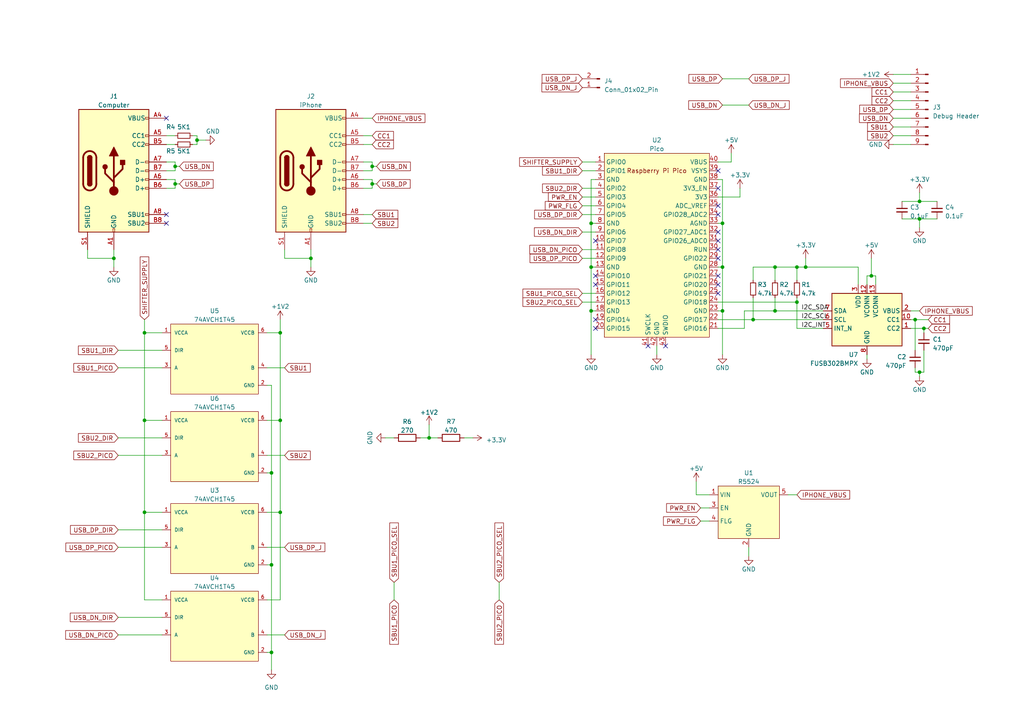
<source format=kicad_sch>
(kicad_sch (version 20230121) (generator eeschema)
  (paper "A4")
  (title_block (title "Tamarin-C") (date "2023-12-17") (rev "2") (company "stacksmashing") (comment 1 "Based on the Central Scrutinizer"))
  (lib_symbols
    (symbol "Connector:Conn_01x02_Pin" (pin_names (offset 1.016) hide)
      (property "Reference" "J" (at 0 2.54 0))
      (property "Value" "Conn_01x02_Pin" (at 0 -5.08 0))
      (symbol "Conn_01x02_Pin_1_1"
        (polyline (pts (xy 1.27 -2.54) (xy 0.8636 -2.54)) (stroke (width 0.1524)))
        (polyline (pts (xy 1.27 0) (xy 0.8636 0)) (stroke (width 0.1524)))
        (rectangle (start 0.8636 -2.413) (end 0 -2.667) (stroke (width 0.1524)) (fill (type outline)))
        (rectangle (start 0.8636 0.127) (end 0 -0.127) (stroke (width 0.1524)) (fill (type outline)))
        (pin passive line (at 5.08 0 180) (length 3.81) (name "Pin_1") (number "1"))
        (pin passive line (at 5.08 -2.54 180) (length 3.81) (name "Pin_2") (number "2"))
      )
    )
    (symbol "Connector:Conn_01x09_Pin" (pin_names (offset 1.016) hide)
      (property "Reference" "J" (at 0 12.7 0))
      (property "Value" "Conn_01x09_Pin" (at 0 -12.7 0))
      (symbol "Conn_01x09_Pin_1_1"
        (polyline (pts (xy 1.27 -10.16) (xy 0.8636 -10.16)) (stroke (width 0.1524)))
        (polyline (pts (xy 1.27 -7.62) (xy 0.8636 -7.62)) (stroke (width 0.1524)))
        (polyline (pts (xy 1.27 -5.08) (xy 0.8636 -5.08)) (stroke (width 0.1524)))
        (polyline (pts (xy 1.27 -2.54) (xy 0.8636 -2.54)) (stroke (width 0.1524)))
        (polyline (pts (xy 1.27 0) (xy 0.8636 0)) (stroke (width 0.1524)))
        (polyline (pts (xy 1.27 2.54) (xy 0.8636 2.54)) (stroke (width 0.1524)))
        (polyline (pts (xy 1.27 5.08) (xy 0.8636 5.08)) (stroke (width 0.1524)))
        (polyline (pts (xy 1.27 7.62) (xy 0.8636 7.62)) (stroke (width 0.1524)))
        (polyline (pts (xy 1.27 10.16) (xy 0.8636 10.16)) (stroke (width 0.1524)))
        (rectangle (start 0.8636 -10.033) (end 0 -10.287) (stroke (width 0.1524)) (fill (type outline)))
        (rectangle (start 0.8636 -7.493) (end 0 -7.747) (stroke (width 0.1524)) (fill (type outline)))
        (rectangle (start 0.8636 -4.953) (end 0 -5.207) (stroke (width 0.1524)) (fill (type outline)))
        (rectangle (start 0.8636 -2.413) (end 0 -2.667) (stroke (width 0.1524)) (fill (type outline)))
        (rectangle (start 0.8636 0.127) (end 0 -0.127) (stroke (width 0.1524)) (fill (type outline)))
        (rectangle (start 0.8636 2.667) (end 0 2.413) (stroke (width 0.1524)) (fill (type outline)))
        (rectangle (start 0.8636 5.207) (end 0 4.953) (stroke (width 0.1524)) (fill (type outline)))
        (rectangle (start 0.8636 7.747) (end 0 7.493) (stroke (width 0.1524)) (fill (type outline)))
        (rectangle (start 0.8636 10.287) (end 0 10.033) (stroke (width 0.1524)) (fill (type outline)))
        (pin passive line (at 5.08 10.16 180) (length 3.81) (name "Pin_1") (number "1"))
        (pin passive line (at 5.08 7.62 180) (length 3.81) (name "Pin_2") (number "2"))
        (pin passive line (at 5.08 5.08 180) (length 3.81) (name "Pin_3") (number "3"))
        (pin passive line (at 5.08 2.54 180) (length 3.81) (name "Pin_4") (number "4"))
        (pin passive line (at 5.08 0 180) (length 3.81) (name "Pin_5") (number "5"))
        (pin passive line (at 5.08 -2.54 180) (length 3.81) (name "Pin_6") (number "6"))
        (pin passive line (at 5.08 -5.08 180) (length 3.81) (name "Pin_7") (number "7"))
        (pin passive line (at 5.08 -7.62 180) (length 3.81) (name "Pin_8") (number "8"))
        (pin passive line (at 5.08 -10.16 180) (length 3.81) (name "Pin_9") (number "9"))
      )
    )
    (symbol "Connector:USB_C_Receptacle_USB2.0" (pin_names (offset 1.016))
      (property "Reference" "J" (at -10.16 19.05 0))
      (property "Value" "USB_C_Receptacle_USB2.0" (at 19.05 19.05 0))
      (symbol "USB_C_Receptacle_USB2.0_0_0"
        (rectangle (start -0.254 -17.78) (end 0.254 -16.764))
        (rectangle (start 10.16 -14.986) (end 9.144 -15.494))
        (rectangle (start 10.16 -12.446) (end 9.144 -12.954))
        (rectangle (start 10.16 -4.826) (end 9.144 -5.334))
        (rectangle (start 10.16 -2.286) (end 9.144 -2.794))
        (rectangle (start 10.16 0.254) (end 9.144 -0.254))
        (rectangle (start 10.16 2.794) (end 9.144 2.286))
        (rectangle (start 10.16 7.874) (end 9.144 7.366))
        (rectangle (start 10.16 10.414) (end 9.144 9.906))
        (rectangle (start 10.16 15.494) (end 9.144 14.986))
      )
      (symbol "USB_C_Receptacle_USB2.0_0_1"
        (rectangle (start -10.16 17.78) (end 10.16 -17.78) (stroke (width 0.254)) (fill (type background)))
        (arc (start -8.89 -3.81) (mid -6.985 -5.7067) (end -5.08 -3.81) (stroke (width 0.508)))
        (arc (start -7.62 -3.81) (mid -6.985 -4.4423) (end -6.35 -3.81) (stroke (width 0.254)))
        (arc (start -7.62 -3.81) (mid -6.985 -4.4423) (end -6.35 -3.81) (stroke (width 0.254)) (fill (type outline)))
        (rectangle (start -7.62 -3.81) (end -6.35 3.81) (stroke (width 0.254)) (fill (type outline)))
        (arc (start -6.35 3.81) (mid -6.985 4.4423) (end -7.62 3.81) (stroke (width 0.254)))
        (arc (start -6.35 3.81) (mid -6.985 4.4423) (end -7.62 3.81) (stroke (width 0.254)) (fill (type outline)))
        (arc (start -5.08 3.81) (mid -6.985 5.7067) (end -8.89 3.81) (stroke (width 0.508)))
        (circle (center -2.54 1.143) (radius 0.635) (stroke (width 0.254)) (fill (type outline)))
        (circle (center 0 -5.842) (radius 1.27) (fill (type outline)))
        (polyline (pts (xy -8.89 -3.81) (xy -8.89 3.81)) (stroke (width 0.508)))
        (polyline (pts (xy -5.08 3.81) (xy -5.08 -3.81)) (stroke (width 0.508)))
        (polyline (pts (xy 0 -5.842) (xy 0 4.318)) (stroke (width 0.508)))
        (polyline (pts (xy 0 -3.302) (xy -2.54 -0.762) (xy -2.54 0.508)) (stroke (width 0.508)))
        (polyline (pts (xy 0 -2.032) (xy 2.54 0.508) (xy 2.54 1.778)) (stroke (width 0.508)))
        (polyline (pts (xy -1.27 4.318) (xy 0 6.858) (xy 1.27 4.318) (xy -1.27 4.318)) (stroke (width 0.254)) (fill (type outline)))
        (rectangle (start 1.905 1.778) (end 3.175 3.048) (stroke (width 0.254)) (fill (type outline)))
      )
      (symbol "USB_C_Receptacle_USB2.0_1_1"
        (pin passive line (at 0 -22.86 90) (length 5.08) (name "GND") (number "A1"))
        (pin passive line (at 0 -22.86 90) (length 5.08) hide (name "GND") (number "A12"))
        (pin passive line (at 15.24 15.24 180) (length 5.08) (name "VBUS") (number "A4"))
        (pin bidirectional line (at 15.24 10.16 180) (length 5.08) (name "CC1") (number "A5"))
        (pin bidirectional line (at 15.24 -2.54 180) (length 5.08) (name "D+") (number "A6"))
        (pin bidirectional line (at 15.24 2.54 180) (length 5.08) (name "D-") (number "A7"))
        (pin bidirectional line (at 15.24 -12.7 180) (length 5.08) (name "SBU1") (number "A8"))
        (pin passive line (at 15.24 15.24 180) (length 5.08) hide (name "VBUS") (number "A9"))
        (pin passive line (at 0 -22.86 90) (length 5.08) hide (name "GND") (number "B1"))
        (pin passive line (at 0 -22.86 90) (length 5.08) hide (name "GND") (number "B12"))
        (pin passive line (at 15.24 15.24 180) (length 5.08) hide (name "VBUS") (number "B4"))
        (pin bidirectional line (at 15.24 7.62 180) (length 5.08) (name "CC2") (number "B5"))
        (pin bidirectional line (at 15.24 -5.08 180) (length 5.08) (name "D+") (number "B6"))
        (pin bidirectional line (at 15.24 0 180) (length 5.08) (name "D-") (number "B7"))
        (pin bidirectional line (at 15.24 -15.24 180) (length 5.08) (name "SBU2") (number "B8"))
        (pin passive line (at 15.24 15.24 180) (length 5.08) hide (name "VBUS") (number "B9"))
        (pin passive line (at -7.62 -22.86 90) (length 5.08) (name "SHIELD") (number "S1"))
      )
    )
    (symbol "Device:C_Small" (pin_numbers hide) (pin_names (offset 0.254) hide)
      (property "Reference" "C" (at 0.254 1.778 0))
      (property "Value" "C_Small" (at 0.254 -2.032 0))
      (symbol "C_Small_0_1"
        (polyline (pts (xy -1.524 -0.508) (xy 1.524 -0.508)) (stroke (width 0.3302)))
        (polyline (pts (xy -1.524 0.508) (xy 1.524 0.508)) (stroke (width 0.3048)))
      )
      (symbol "C_Small_1_1"
        (pin passive line (at 0 2.54 270) (length 2.032) (name "~") (number "1"))
        (pin passive line (at 0 -2.54 90) (length 2.032) (name "~") (number "2"))
      )
    )
    (symbol "Device:R" (pin_numbers hide) (pin_names (offset 0))
      (property "Reference" "R" (at 2.032 0 90))
      (property "Value" "R" (at 0 0 90))
      (symbol "R_0_1"
        (rectangle (start -1.016 -2.54) (end 1.016 2.54) (stroke (width 0.254)))
      )
      (symbol "R_1_1"
        (pin passive line (at 0 3.81 270) (length 1.27) (name "~") (number "1"))
        (pin passive line (at 0 -3.81 90) (length 1.27) (name "~") (number "2"))
      )
    )
    (symbol "Device:R_Small" (pin_numbers hide) (pin_names (offset 0.254) hide)
      (property "Reference" "R" (at 0.762 0.508 0))
      (property "Value" "R_Small" (at 0.762 -1.016 0))
      (symbol "R_Small_0_1"
        (rectangle (start -0.762 1.778) (end 0.762 -1.778) (stroke (width 0.2032)))
      )
      (symbol "R_Small_1_1"
        (pin passive line (at 0 2.54 270) (length 0.762) (name "~") (number "1"))
        (pin passive line (at 0 -2.54 90) (length 0.762) (name "~") (number "2"))
      )
    )
    (symbol "Interface_USB:FUSB302BMPX"
      (property "Reference" "U" (at -10.16 8.89 0))
      (property "Value" "FUSB302BMPX" (at 3.81 8.89 0))
      (symbol "FUSB302BMPX_0_1"
        (rectangle (start -10.16 7.62) (end 10.16 -7.62) (stroke (width 0.254)) (fill (type background)))
      )
      (symbol "FUSB302BMPX_1_1"
        (pin bidirectional line (at 12.7 -2.54 180) (length 2.54) (name "CC2") (number "1"))
        (pin bidirectional line (at 12.7 0 180) (length 2.54) (name "CC1") (number "10"))
        (pin bidirectional line (at 12.7 0 180) (length 2.54) hide (name "CC1") (number "11"))
        (pin power_in line (at 0 10.16 270) (length 2.54) (name "VCONN") (number "12"))
        (pin power_in line (at 2.54 10.16 270) (length 2.54) (name "VCONN") (number "13"))
        (pin bidirectional line (at 12.7 -2.54 180) (length 2.54) hide (name "CC2") (number "14"))
        (pin passive line (at 0 -10.16 90) (length 2.54) hide (name "GND") (number "15"))
        (pin input line (at 12.7 2.54 180) (length 2.54) (name "VBUS") (number "2"))
        (pin power_in line (at -2.54 10.16 270) (length 2.54) (name "VDD") (number "3"))
        (pin passive line (at -2.54 10.16 270) (length 2.54) hide (name "VDD") (number "4"))
        (pin open_collector line (at -12.7 -2.54 0) (length 2.54) (name "INT_N") (number "5"))
        (pin input line (at -12.7 0 0) (length 2.54) (name "SCL") (number "6"))
        (pin bidirectional line (at -12.7 2.54 0) (length 2.54) (name "SDA") (number "7"))
        (pin power_in line (at 0 -10.16 90) (length 2.54) (name "GND") (number "8"))
        (pin passive line (at 0 -10.16 90) (length 2.54) hide (name "GND") (number "9"))
      )
    )
    (symbol "MCU_RaspberryPi_and_Boards:Pico"
      (property "Reference" "U" (at -13.97 27.94 0))
      (property "Value" "Pico" (at 0 19.05 0))
      (symbol "Pico_0_0"
        (text "Raspberry Pi Pico" (at 0 21.59 0) (effects (font (size 1.27 1.27))))
      )
      (symbol "Pico_0_1"
        (rectangle (start -15.24 26.67) (end 15.24 -26.67) (fill (type background)))
      )
      (symbol "Pico_1_1"
        (pin bidirectional line (at -17.78 24.13 0) (length 2.54) (name "GPIO0") (number "1"))
        (pin bidirectional line (at -17.78 1.27 0) (length 2.54) (name "GPIO7") (number "10"))
        (pin bidirectional line (at -17.78 -1.27 0) (length 2.54) (name "GPIO8") (number "11"))
        (pin bidirectional line (at -17.78 -3.81 0) (length 2.54) (name "GPIO9") (number "12"))
        (pin power_in line (at -17.78 -6.35 0) (length 2.54) (name "GND") (number "13"))
        (pin bidirectional line (at -17.78 -8.89 0) (length 2.54) (name "GPIO10") (number "14"))
        (pin bidirectional line (at -17.78 -11.43 0) (length 2.54) (name "GPIO11") (number "15"))
        (pin bidirectional line (at -17.78 -13.97 0) (length 2.54) (name "GPIO12") (number "16"))
        (pin bidirectional line (at -17.78 -16.51 0) (length 2.54) (name "GPIO13") (number "17"))
        (pin power_in line (at -17.78 -19.05 0) (length 2.54) (name "GND") (number "18"))
        (pin bidirectional line (at -17.78 -21.59 0) (length 2.54) (name "GPIO14") (number "19"))
        (pin bidirectional line (at -17.78 21.59 0) (length 2.54) (name "GPIO1") (number "2"))
        (pin bidirectional line (at -17.78 -24.13 0) (length 2.54) (name "GPIO15") (number "20"))
        (pin bidirectional line (at 17.78 -24.13 180) (length 2.54) (name "GPIO16") (number "21"))
        (pin bidirectional line (at 17.78 -21.59 180) (length 2.54) (name "GPIO17") (number "22"))
        (pin power_in line (at 17.78 -19.05 180) (length 2.54) (name "GND") (number "23"))
        (pin bidirectional line (at 17.78 -16.51 180) (length 2.54) (name "GPIO18") (number "24"))
        (pin bidirectional line (at 17.78 -13.97 180) (length 2.54) (name "GPIO19") (number "25"))
        (pin bidirectional line (at 17.78 -11.43 180) (length 2.54) (name "GPIO20") (number "26"))
        (pin bidirectional line (at 17.78 -8.89 180) (length 2.54) (name "GPIO21") (number "27"))
        (pin power_in line (at 17.78 -6.35 180) (length 2.54) (name "GND") (number "28"))
        (pin bidirectional line (at 17.78 -3.81 180) (length 2.54) (name "GPIO22") (number "29"))
        (pin power_in line (at -17.78 19.05 0) (length 2.54) (name "GND") (number "3"))
        (pin input line (at 17.78 -1.27 180) (length 2.54) (name "RUN") (number "30"))
        (pin bidirectional line (at 17.78 1.27 180) (length 2.54) (name "GPIO26_ADC0") (number "31"))
        (pin bidirectional line (at 17.78 3.81 180) (length 2.54) (name "GPIO27_ADC1") (number "32"))
        (pin power_in line (at 17.78 6.35 180) (length 2.54) (name "AGND") (number "33"))
        (pin bidirectional line (at 17.78 8.89 180) (length 2.54) (name "GPIO28_ADC2") (number "34"))
        (pin power_in line (at 17.78 11.43 180) (length 2.54) (name "ADC_VREF") (number "35"))
        (pin power_in line (at 17.78 13.97 180) (length 2.54) (name "3V3") (number "36"))
        (pin input line (at 17.78 16.51 180) (length 2.54) (name "3V3_EN") (number "37"))
        (pin bidirectional line (at 17.78 19.05 180) (length 2.54) (name "GND") (number "38"))
        (pin power_in line (at 17.78 21.59 180) (length 2.54) (name "VSYS") (number "39"))
        (pin bidirectional line (at -17.78 16.51 0) (length 2.54) (name "GPIO2") (number "4"))
        (pin power_in line (at 17.78 24.13 180) (length 2.54) (name "VBUS") (number "40"))
        (pin input line (at -2.54 -29.21 90) (length 2.54) (name "SWCLK") (number "41"))
        (pin power_in line (at 0 -29.21 90) (length 2.54) (name "GND") (number "42"))
        (pin bidirectional line (at 2.54 -29.21 90) (length 2.54) (name "SWDIO") (number "43"))
        (pin bidirectional line (at -17.78 13.97 0) (length 2.54) (name "GPIO3") (number "5"))
        (pin bidirectional line (at -17.78 11.43 0) (length 2.54) (name "GPIO4") (number "6"))
        (pin bidirectional line (at -17.78 8.89 0) (length 2.54) (name "GPIO5") (number "7"))
        (pin power_in line (at -17.78 6.35 0) (length 2.54) (name "GND") (number "8"))
        (pin bidirectional line (at -17.78 3.81 0) (length 2.54) (name "GPIO6") (number "9"))
      )
    )
    (symbol "power:+1V2" (power) (pin_names (offset 0))
      (property "Value" "+1V2" (at 0 3.556 0))
      (symbol "+1V2_0_1"
        (polyline (pts (xy -0.762 1.27) (xy 0 2.54)))
        (polyline (pts (xy 0 0) (xy 0 2.54)))
        (polyline (pts (xy 0 2.54) (xy 0.762 1.27)))
      )
      (symbol "+1V2_1_1"
        (pin power_in line (at 0 0 90) (length 0) hide (name "+1V2") (number "1"))
      )
    )
    (symbol "power:+3.3V" (power) (pin_names (offset 0))
      (property "Value" "+3.3V" (at 0 3.556 0))
      (symbol "+3.3V_0_1"
        (polyline (pts (xy -0.762 1.27) (xy 0 2.54)))
        (polyline (pts (xy 0 0) (xy 0 2.54)))
        (polyline (pts (xy 0 2.54) (xy 0.762 1.27)))
      )
      (symbol "+3.3V_1_1"
        (pin power_in line (at 0 0 90) (length 0) hide (name "+3.3V") (number "1"))
      )
    )
    (symbol "power:+5V" (power) (pin_names (offset 0))
      (property "Value" "+5V" (at 0 3.556 0))
      (symbol "+5V_0_1"
        (polyline (pts (xy -0.762 1.27) (xy 0 2.54)))
        (polyline (pts (xy 0 0) (xy 0 2.54)))
        (polyline (pts (xy 0 2.54) (xy 0.762 1.27)))
      )
      (symbol "+5V_1_1"
        (pin power_in line (at 0 0 90) (length 0) hide (name "+5V") (number "1"))
      )
    )
    (symbol "power:GND" (power) (pin_names (offset 0))
      (property "Value" "GND" (at 0 -3.81 0))
      (symbol "GND_0_1"
        (polyline (pts (xy 0 0) (xy 0 -1.27) (xy 1.27 -1.27) (xy 0 -2.54) (xy -1.27 -1.27) (xy 0 -1.27)))
      )
      (symbol "GND_1_1"
        (pin power_in line (at 0 0 270) (length 0) hide (name "GND") (number "1"))
      )
    )
    (symbol "tamarin-c-lib:R5524"
      (property "Reference" "U4" (at 0 15.24 0))
      (property "Value" "R5524" (at 0 12.7 0))
      (symbol "R5524_0_1"
        (rectangle (start -8.89 10.16) (end 8.89 -5.08) (fill (type background)))
      )
      (symbol "R5524_1_1"
        (pin power_in line (at -11.43 7.62 0) (length 2.54) (name "VIN") (number "1"))
        (pin power_in line (at 0 -7.62 90) (length 2.54) (name "GND") (number "2"))
        (pin power_in line (at -11.43 3.81 0) (length 2.54) (name "EN") (number "3"))
        (pin output line (at -11.43 0 0) (length 2.54) (name "FLG") (number "4"))
        (pin power_out line (at 11.43 7.62 180) (length 2.54) (name "VOUT") (number "5"))
      )
    )
    (symbol "tamarin-c-lib:SN74AVCH1T45DCKT" (pin_names (offset 1.016))
      (property "Reference" "U2" (at 17.78 6.1128 0))
      (property "Value" "74AVCH1T45" (at 17.78 3.5759 0))
      (symbol "SN74AVCH1T45DCKT_1_1"
        (rectangle (start 5.08 2.54) (end 30.48 -17.78) (fill (type background)))
        (pin power_in line (at 2.54 0 0) (length 2.54) (name "VCCA") (number "1"))
        (pin power_in line (at 33.02 -15.24 180) (length 2.54) (name "GND") (number "2"))
        (pin bidirectional line (at 2.54 -10.16 0) (length 2.54) (name "A") (number "3"))
        (pin bidirectional line (at 33.02 -10.16 180) (length 2.54) (name "B") (number "4"))
        (pin input line (at 2.54 -5.08 0) (length 2.54) (name "DIR") (number "5"))
        (pin power_in line (at 33.02 0 180) (length 2.54) (name "VCCB") (number "6"))
      )
    )
  )
  (junction (at 171.45 77.47))
  (junction (at 41.91 148.59))
  (junction (at 78.74 163.83))
  (junction (at 266.7 63.5))
  (junction (at 81.28 148.59))
  (junction (at 218.44 92.71))
  (junction (at 224.79 90.17))
  (junction (at 50.8 48.26))
  (junction (at 81.28 121.92))
  (junction (at 90.17 74.93))
  (junction (at 57.15 40.64))
  (junction (at 224.79 77.47))
  (junction (at 41.91 121.92))
  (junction (at 265.43 92.71))
  (junction (at 266.7 107.95))
  (junction (at 107.95 53.34))
  (junction (at 209.55 77.47))
  (junction (at 78.74 137.16))
  (junction (at 171.45 90.17))
  (junction (at 252.73 80.01))
  (junction (at 107.95 48.26))
  (junction (at 33.02 74.93))
  (junction (at 50.8 53.34))
  (junction (at 267.97 95.25))
  (junction (at 81.28 96.52))
  (junction (at 231.14 87.63))
  (junction (at 209.55 64.77))
  (junction (at 41.91 96.52))
  (junction (at 171.45 64.77))
  (junction (at 266.7 58.42))
  (junction (at 233.68 77.47))
  (junction (at 209.55 90.17))
  (junction (at 231.14 77.47))
  (junction (at 124.46 127))
  (junction (at 78.74 189.23))
  (no_connect (at 208.28 67.31))
  (no_connect (at 48.26 34.29))
  (no_connect (at 187.96 100.33))
  (no_connect (at 208.28 62.23))
  (no_connect (at 48.26 64.77))
  (no_connect (at 172.72 95.25))
  (no_connect (at 48.26 62.23))
  (no_connect (at 193.04 100.33))
  (no_connect (at 172.72 80.01))
  (no_connect (at 208.28 54.61))
  (no_connect (at 208.28 69.85))
  (no_connect (at 208.28 49.53))
  (no_connect (at 208.28 74.93))
  (no_connect (at 172.72 82.55))
  (no_connect (at 172.72 92.71))
  (no_connect (at 172.72 69.85))
  (no_connect (at 208.28 80.01))
  (no_connect (at 208.28 82.55))
  (no_connect (at 208.28 85.09))
  (no_connect (at 208.28 72.39))
  (no_connect (at 208.28 59.69))
  (wire (pts (xy 121.92 127) (xy 124.46 127)))
  (wire (pts (xy 251.46 102.87) (xy 251.46 104.14)))
  (wire (pts (xy 50.8 52.07) (xy 50.8 53.34)))
  (wire (pts (xy 214.63 54.61) (xy 214.63 57.15)))
  (wire (pts (xy 259.08 34.29) (xy 264.16 34.29)))
  (wire (pts (xy 107.95 48.26) (xy 109.22 48.26)))
  (wire (pts (xy 212.09 44.45) (xy 212.09 46.99)))
  (wire (pts (xy 171.45 64.77) (xy 172.72 64.77)))
  (wire (pts (xy 208.28 64.77) (xy 209.55 64.77)))
  (wire (pts (xy 111.76 127) (xy 114.3 127)))
  (wire (pts (xy 203.2 147.32) (xy 205.74 147.32)))
  (wire (pts (xy 77.47 132.08) (xy 82.55 132.08)))
  (wire (pts (xy 266.7 58.42) (xy 271.78 58.42)))
  (wire (pts (xy 107.95 48.26) (xy 107.95 49.53)))
  (wire (pts (xy 231.14 86.36) (xy 231.14 87.63)))
  (wire (pts (xy 105.41 41.91) (xy 107.95 41.91)))
  (wire (pts (xy 105.41 34.29) (xy 107.95 34.29)))
  (wire (pts (xy 25.4 74.93) (xy 33.02 74.93)))
  (wire (pts (xy 259.08 29.21) (xy 264.16 29.21)))
  (wire (pts (xy 81.28 121.92) (xy 77.47 121.92)))
  (wire (pts (xy 34.29 127) (xy 46.99 127)))
  (wire (pts (xy 82.55 72.39) (xy 82.55 74.93)))
  (wire (pts (xy 201.93 139.7) (xy 201.93 143.51)))
  (wire (pts (xy 50.8 53.34) (xy 50.8 54.61)))
  (wire (pts (xy 48.26 41.91) (xy 50.8 41.91)))
  (wire (pts (xy 77.47 189.23) (xy 78.74 189.23)))
  (wire (pts (xy 208.28 77.47) (xy 209.55 77.47)))
  (wire (pts (xy 105.41 39.37) (xy 107.95 39.37)))
  (wire (pts (xy 124.46 123.19) (xy 124.46 127)))
  (wire (pts (xy 208.28 92.71) (xy 218.44 92.71)))
  (wire (pts (xy 201.93 143.51) (xy 205.74 143.51)))
  (wire (pts (xy 77.47 163.83) (xy 78.74 163.83)))
  (wire (pts (xy 57.15 39.37) (xy 57.15 40.64)))
  (wire (pts (xy 77.47 137.16) (xy 78.74 137.16)))
  (wire (pts (xy 209.55 30.48) (xy 217.17 30.48)))
  (wire (pts (xy 171.45 52.07) (xy 172.72 52.07)))
  (wire (pts (xy 259.08 26.67) (xy 264.16 26.67)))
  (wire (pts (xy 34.29 132.08) (xy 46.99 132.08)))
  (wire (pts (xy 33.02 74.93) (xy 33.02 77.47)))
  (wire (pts (xy 90.17 72.39) (xy 90.17 74.93)))
  (wire (pts (xy 105.41 52.07) (xy 107.95 52.07)))
  (wire (pts (xy 231.14 95.25) (xy 231.14 87.63)))
  (wire (pts (xy 77.47 184.15) (xy 82.55 184.15)))
  (wire (pts (xy 259.08 41.91) (xy 264.16 41.91)))
  (wire (pts (xy 77.47 96.52) (xy 81.28 96.52)))
  (wire (pts (xy 81.28 121.92) (xy 81.28 148.59)))
  (wire (pts (xy 209.55 90.17) (xy 209.55 102.87)))
  (wire (pts (xy 77.47 106.68) (xy 82.55 106.68)))
  (wire (pts (xy 41.91 173.99) (xy 46.99 173.99)))
  (wire (pts (xy 215.9 90.17) (xy 215.9 95.25)))
  (wire (pts (xy 25.4 72.39) (xy 25.4 74.93)))
  (wire (pts (xy 41.91 148.59) (xy 46.99 148.59)))
  (wire (pts (xy 124.46 127) (xy 127 127)))
  (wire (pts (xy 41.91 121.92) (xy 46.99 121.92)))
  (wire (pts (xy 168.91 59.69) (xy 172.72 59.69)))
  (wire (pts (xy 107.95 52.07) (xy 107.95 53.34)))
  (wire (pts (xy 266.7 107.95) (xy 266.7 109.22)))
  (wire (pts (xy 208.28 90.17) (xy 209.55 90.17)))
  (wire (pts (xy 48.26 52.07) (xy 50.8 52.07)))
  (wire (pts (xy 168.91 57.15) (xy 172.72 57.15)))
  (wire (pts (xy 78.74 189.23) (xy 78.74 194.31)))
  (wire (pts (xy 252.73 74.93) (xy 252.73 80.01)))
  (wire (pts (xy 251.46 82.55) (xy 251.46 80.01)))
  (wire (pts (xy 50.8 48.26) (xy 50.8 49.53)))
  (wire (pts (xy 57.15 40.64) (xy 59.69 40.64)))
  (wire (pts (xy 77.47 111.76) (xy 78.74 111.76)))
  (wire (pts (xy 171.45 102.87) (xy 171.45 90.17)))
  (wire (pts (xy 168.91 85.09) (xy 172.72 85.09)))
  (wire (pts (xy 50.8 49.53) (xy 48.26 49.53)))
  (wire (pts (xy 224.79 86.36) (xy 224.79 90.17)))
  (wire (pts (xy 231.14 87.63) (xy 208.28 87.63)))
  (wire (pts (xy 218.44 86.36) (xy 218.44 92.71)))
  (wire (pts (xy 248.92 82.55) (xy 248.92 77.47)))
  (wire (pts (xy 233.68 77.47) (xy 231.14 77.47)))
  (wire (pts (xy 265.43 92.71) (xy 265.43 101.6)))
  (wire (pts (xy 105.41 64.77) (xy 107.95 64.77)))
  (wire (pts (xy 48.26 39.37) (xy 50.8 39.37)))
  (wire (pts (xy 81.28 173.99) (xy 77.47 173.99)))
  (wire (pts (xy 228.6 143.51) (xy 231.14 143.51)))
  (wire (pts (xy 259.08 24.13) (xy 264.16 24.13)))
  (wire (pts (xy 168.91 74.93) (xy 172.72 74.93)))
  (wire (pts (xy 266.7 63.5) (xy 271.78 63.5)))
  (wire (pts (xy 34.29 106.68) (xy 46.99 106.68)))
  (wire (pts (xy 34.29 153.67) (xy 46.99 153.67)))
  (wire (pts (xy 203.2 151.13) (xy 205.74 151.13)))
  (wire (pts (xy 168.91 72.39) (xy 172.72 72.39)))
  (wire (pts (xy 259.08 31.75) (xy 264.16 31.75)))
  (wire (pts (xy 34.29 184.15) (xy 46.99 184.15)))
  (wire (pts (xy 78.74 137.16) (xy 78.74 163.83)))
  (wire (pts (xy 212.09 46.99) (xy 208.28 46.99)))
  (wire (pts (xy 78.74 163.83) (xy 78.74 189.23)))
  (wire (pts (xy 57.15 41.91) (xy 55.88 41.91)))
  (wire (pts (xy 77.47 148.59) (xy 81.28 148.59)))
  (wire (pts (xy 264.16 95.25) (xy 267.97 95.25)))
  (wire (pts (xy 224.79 90.17) (xy 215.9 90.17)))
  (wire (pts (xy 254 80.01) (xy 254 82.55)))
  (wire (pts (xy 81.28 96.52) (xy 81.28 121.92)))
  (wire (pts (xy 251.46 80.01) (xy 252.73 80.01)))
  (wire (pts (xy 224.79 77.47) (xy 218.44 77.47)))
  (wire (pts (xy 41.91 92.71) (xy 41.91 96.52)))
  (wire (pts (xy 168.91 62.23) (xy 172.72 62.23)))
  (wire (pts (xy 218.44 92.71) (xy 238.76 92.71)))
  (wire (pts (xy 264.16 92.71) (xy 265.43 92.71)))
  (wire (pts (xy 217.17 158.75) (xy 217.17 161.29)))
  (wire (pts (xy 90.17 74.93) (xy 90.17 77.47)))
  (wire (pts (xy 266.7 55.88) (xy 266.7 58.42)))
  (wire (pts (xy 34.29 158.75) (xy 46.99 158.75)))
  (wire (pts (xy 261.62 58.42) (xy 266.7 58.42)))
  (wire (pts (xy 252.73 80.01) (xy 254 80.01)))
  (wire (pts (xy 82.55 74.93) (xy 90.17 74.93)))
  (wire (pts (xy 231.14 77.47) (xy 224.79 77.47)))
  (wire (pts (xy 231.14 77.47) (xy 231.14 81.28)))
  (wire (pts (xy 33.02 72.39) (xy 33.02 74.93)))
  (wire (pts (xy 264.16 90.17) (xy 266.7 90.17)))
  (wire (pts (xy 41.91 148.59) (xy 41.91 173.99)))
  (wire (pts (xy 233.68 74.93) (xy 233.68 77.47)))
  (wire (pts (xy 259.08 21.59) (xy 264.16 21.59)))
  (wire (pts (xy 114.3 168.91) (xy 114.3 173.99)))
  (wire (pts (xy 105.41 62.23) (xy 107.95 62.23)))
  (wire (pts (xy 259.08 39.37) (xy 264.16 39.37)))
  (wire (pts (xy 267.97 95.25) (xy 269.24 95.25)))
  (wire (pts (xy 168.91 87.63) (xy 172.72 87.63)))
  (wire (pts (xy 57.15 40.64) (xy 57.15 41.91)))
  (wire (pts (xy 168.91 46.99) (xy 172.72 46.99)))
  (wire (pts (xy 209.55 77.47) (xy 209.55 90.17)))
  (wire (pts (xy 224.79 77.47) (xy 224.79 81.28)))
  (wire (pts (xy 259.08 36.83) (xy 264.16 36.83)))
  (wire (pts (xy 77.47 158.75) (xy 82.55 158.75)))
  (wire (pts (xy 171.45 90.17) (xy 171.45 77.47)))
  (wire (pts (xy 266.7 63.5) (xy 266.7 66.04)))
  (wire (pts (xy 34.29 179.07) (xy 46.99 179.07)))
  (wire (pts (xy 41.91 96.52) (xy 46.99 96.52)))
  (wire (pts (xy 134.62 127) (xy 137.16 127)))
  (wire (pts (xy 48.26 46.99) (xy 50.8 46.99)))
  (wire (pts (xy 218.44 77.47) (xy 218.44 81.28)))
  (wire (pts (xy 168.91 49.53) (xy 172.72 49.53)))
  (wire (pts (xy 48.26 54.61) (xy 50.8 54.61)))
  (wire (pts (xy 34.29 101.6) (xy 46.99 101.6)))
  (wire (pts (xy 267.97 95.25) (xy 267.97 96.52)))
  (wire (pts (xy 168.91 67.31) (xy 172.72 67.31)))
  (wire (pts (xy 81.28 148.59) (xy 81.28 173.99)))
  (wire (pts (xy 265.43 107.95) (xy 266.7 107.95)))
  (wire (pts (xy 105.41 46.99) (xy 107.95 46.99)))
  (wire (pts (xy 107.95 53.34) (xy 109.22 53.34)))
  (wire (pts (xy 208.28 52.07) (xy 209.55 52.07)))
  (wire (pts (xy 81.28 92.71) (xy 81.28 96.52)))
  (wire (pts (xy 238.76 90.17) (xy 224.79 90.17)))
  (wire (pts (xy 209.55 22.86) (xy 217.17 22.86)))
  (wire (pts (xy 214.63 57.15) (xy 208.28 57.15)))
  (wire (pts (xy 265.43 92.71) (xy 269.24 92.71)))
  (wire (pts (xy 171.45 77.47) (xy 171.45 64.77)))
  (wire (pts (xy 41.91 96.52) (xy 41.91 121.92)))
  (wire (pts (xy 190.5 100.33) (xy 190.5 102.87)))
  (wire (pts (xy 107.95 49.53) (xy 105.41 49.53)))
  (wire (pts (xy 171.45 64.77) (xy 171.45 52.07)))
  (wire (pts (xy 248.92 77.47) (xy 233.68 77.47)))
  (wire (pts (xy 168.91 54.61) (xy 172.72 54.61)))
  (wire (pts (xy 209.55 52.07) (xy 209.55 64.77)))
  (wire (pts (xy 41.91 121.92) (xy 41.91 148.59)))
  (wire (pts (xy 215.9 95.25) (xy 208.28 95.25)))
  (wire (pts (xy 78.74 111.76) (xy 78.74 137.16)))
  (wire (pts (xy 144.78 168.91) (xy 144.78 173.99)))
  (wire (pts (xy 238.76 95.25) (xy 231.14 95.25)))
  (wire (pts (xy 171.45 90.17) (xy 172.72 90.17)))
  (wire (pts (xy 50.8 48.26) (xy 52.07 48.26)))
  (wire (pts (xy 267.97 107.95) (xy 267.97 101.6)))
  (wire (pts (xy 209.55 64.77) (xy 209.55 77.47)))
  (wire (pts (xy 171.45 77.47) (xy 172.72 77.47)))
  (wire (pts (xy 266.7 107.95) (xy 267.97 107.95)))
  (wire (pts (xy 265.43 106.68) (xy 265.43 107.95)))
  (wire (pts (xy 50.8 53.34) (xy 52.07 53.34)))
  (wire (pts (xy 105.41 54.61) (xy 107.95 54.61)))
  (wire (pts (xy 261.62 63.5) (xy 266.7 63.5)))
  (wire (pts (xy 50.8 46.99) (xy 50.8 48.26)))
  (wire (pts (xy 107.95 53.34) (xy 107.95 54.61)))
  (wire (pts (xy 107.95 46.99) (xy 107.95 48.26)))
  (wire (pts (xy 55.88 39.37) (xy 57.15 39.37)))
  (label "I2C_INT" (at 232.41 95.25 0))
  (label "I2C_SCL" (at 232.41 92.71 0))
  (label "I2C_SDA" (at 232.41 90.17 0))
  (global_label "USB_DP" (shape input) (at 259.08 31.75 180) (property "Intersheetrefs" "${INTERSHEET_REFS}" (effects hide)))
  (global_label "USB_DN_J" (shape input) (at 168.91 25.4 180) (property "Intersheetrefs" "${INTERSHEET_REFS}" (effects hide)))
  (global_label "SBU2_PICO_SEL" (shape input) (at 168.91 87.63 180) (property "Intersheetrefs" "${INTERSHEET_REFS}" (effects hide)))
  (global_label "SBU2_DIR" (shape input) (at 168.91 54.61 180) (property "Intersheetrefs" "${INTERSHEET_REFS}" (effects hide)))
  (global_label "USB_DN" (shape input) (at 259.08 34.29 180) (property "Intersheetrefs" "${INTERSHEET_REFS}" (effects hide)))
  (global_label "SBU2_PICO" (shape input) (at 34.29 132.08 180) (property "Intersheetrefs" "${INTERSHEET_REFS}" (effects hide)))
  (global_label "SBU2_DIR" (shape input) (at 34.29 127 180) (property "Intersheetrefs" "${INTERSHEET_REFS}" (effects hide)))
  (global_label "SBU1_DIR" (shape input) (at 168.91 49.53 180) (property "Intersheetrefs" "${INTERSHEET_REFS}" (effects hide)))
  (global_label "USB_DP" (shape input) (at 109.22 53.34 0) (property "Intersheetrefs" "${INTERSHEET_REFS}" (effects hide)))
  (global_label "USB_DP_PICO" (shape input) (at 168.91 74.93 180) (property "Intersheetrefs" "${INTERSHEET_REFS}" (effects hide)))
  (global_label "CC2" (shape input) (at 259.08 29.21 180) (property "Intersheetrefs" "${INTERSHEET_REFS}" (effects hide)))
  (global_label "IPHONE_VBUS" (shape input) (at 231.14 143.51 0) (property "Intersheetrefs" "${INTERSHEET_REFS}" (effects hide)))
  (global_label "SBU1" (shape input) (at 259.08 36.83 180) (property "Intersheetrefs" "${INTERSHEET_REFS}" (effects hide)))
  (global_label "CC2" (shape input) (at 107.95 41.91 0) (property "Intersheetrefs" "${INTERSHEET_REFS}" (effects hide)))
  (global_label "USB_DN_PICO" (shape input) (at 168.91 72.39 180) (property "Intersheetrefs" "${INTERSHEET_REFS}" (effects hide)))
  (global_label "USB_DP_J" (shape input) (at 217.17 22.86 0) (property "Intersheetrefs" "${INTERSHEET_REFS}" (effects hide)))
  (global_label "PWR_EN" (shape input) (at 168.91 57.15 180) (property "Intersheetrefs" "${INTERSHEET_REFS}" (effects hide)))
  (global_label "CC2" (shape input) (at 269.24 95.25 0) (property "Intersheetrefs" "${INTERSHEET_REFS}" (effects hide)))
  (global_label "IPHONE_VBUS" (shape input) (at 266.7 90.17 0) (property "Intersheetrefs" "${INTERSHEET_REFS}" (effects hide)))
  (global_label "SBU1" (shape input) (at 82.55 106.68 0) (property "Intersheetrefs" "${INTERSHEET_REFS}" (effects hide)))
  (global_label "IPHONE_VBUS" (shape input) (at 259.08 24.13 180) (property "Intersheetrefs" "${INTERSHEET_REFS}" (effects hide)))
  (global_label "SBU1_PICO" (shape input) (at 34.29 106.68 180) (property "Intersheetrefs" "${INTERSHEET_REFS}" (effects hide)))
  (global_label "USB_DN_DIR" (shape input) (at 34.29 179.07 180) (property "Intersheetrefs" "${INTERSHEET_REFS}" (effects hide)))
  (global_label "USB_DP_J" (shape input) (at 82.55 158.75 0) (property "Intersheetrefs" "${INTERSHEET_REFS}" (effects hide)))
  (global_label "USB_DP" (shape input) (at 209.55 22.86 180) (property "Intersheetrefs" "${INTERSHEET_REFS}" (effects hide)))
  (global_label "IPHONE_VBUS" (shape input) (at 107.95 34.29 0) (property "Intersheetrefs" "${INTERSHEET_REFS}" (effects hide)))
  (global_label "SBU2_PICO_SEL" (shape input) (at 144.78 168.91 90) (property "Intersheetrefs" "${INTERSHEET_REFS}" (effects hide)))
  (global_label "USB_DN" (shape input) (at 209.55 30.48 180) (property "Intersheetrefs" "${INTERSHEET_REFS}" (effects hide)))
  (global_label "SBU2_PICO" (shape input) (at 144.78 173.99 270) (property "Intersheetrefs" "${INTERSHEET_REFS}" (effects hide)))
  (global_label "SBU2" (shape input) (at 107.95 64.77 0) (property "Intersheetrefs" "${INTERSHEET_REFS}" (effects hide)))
  (global_label "USB_DP" (shape input) (at 52.07 53.34 0) (property "Intersheetrefs" "${INTERSHEET_REFS}" (effects hide)))
  (global_label "CC1" (shape input) (at 107.95 39.37 0) (property "Intersheetrefs" "${INTERSHEET_REFS}" (effects hide)))
  (global_label "SHIFTER_SUPPLY" (shape input) (at 168.91 46.99 180) (property "Intersheetrefs" "${INTERSHEET_REFS}" (effects hide)))
  (global_label "USB_DP_DIR" (shape input) (at 34.29 153.67 180) (property "Intersheetrefs" "${INTERSHEET_REFS}" (effects hide)))
  (global_label "SBU1" (shape input) (at 107.95 62.23 0) (property "Intersheetrefs" "${INTERSHEET_REFS}" (effects hide)))
  (global_label "USB_DN_PICO" (shape input) (at 34.29 184.15 180) (property "Intersheetrefs" "${INTERSHEET_REFS}" (effects hide)))
  (global_label "CC1" (shape input) (at 269.24 92.71 0) (property "Intersheetrefs" "${INTERSHEET_REFS}" (effects hide)))
  (global_label "USB_DN" (shape input) (at 52.07 48.26 0) (property "Intersheetrefs" "${INTERSHEET_REFS}" (effects hide)))
  (global_label "USB_DP_J" (shape input) (at 168.91 22.86 180) (property "Intersheetrefs" "${INTERSHEET_REFS}" (effects hide)))
  (global_label "SBU1_PICO_SEL" (shape input) (at 114.3 168.91 90) (property "Intersheetrefs" "${INTERSHEET_REFS}" (effects hide)))
  (global_label "SBU1_DIR" (shape input) (at 34.29 101.6 180) (property "Intersheetrefs" "${INTERSHEET_REFS}" (effects hide)))
  (global_label "USB_DN_DIR" (shape input) (at 168.91 67.31 180) (property "Intersheetrefs" "${INTERSHEET_REFS}" (effects hide)))
  (global_label "PWR_FLG" (shape input) (at 203.2 151.13 180) (property "Intersheetrefs" "${INTERSHEET_REFS}" (effects hide)))
  (global_label "SHIFTER_SUPPLY" (shape input) (at 41.91 92.71 90) (property "Intersheetrefs" "${INTERSHEET_REFS}" (effects hide)))
  (global_label "SBU2" (shape input) (at 259.08 39.37 180) (property "Intersheetrefs" "${INTERSHEET_REFS}" (effects hide)))
  (global_label "PWR_FLG" (shape input) (at 168.91 59.69 180) (property "Intersheetrefs" "${INTERSHEET_REFS}" (effects hide)))
  (global_label "USB_DN_J" (shape input) (at 82.55 184.15 0) (property "Intersheetrefs" "${INTERSHEET_REFS}" (effects hide)))
  (global_label "PWR_EN" (shape input) (at 203.2 147.32 180) (property "Intersheetrefs" "${INTERSHEET_REFS}" (effects hide)))
  (global_label "USB_DN" (shape input) (at 109.22 48.26 0) (property "Intersheetrefs" "${INTERSHEET_REFS}" (effects hide)))
  (global_label "SBU1_PICO" (shape input) (at 114.3 173.99 270) (property "Intersheetrefs" "${INTERSHEET_REFS}" (effects hide)))
  (global_label "SBU2" (shape input) (at 82.55 132.08 0) (property "Intersheetrefs" "${INTERSHEET_REFS}" (effects hide)))
  (global_label "SBU1_PICO_SEL" (shape input) (at 168.91 85.09 180) (property "Intersheetrefs" "${INTERSHEET_REFS}" (effects hide)))
  (global_label "USB_DP_DIR" (shape input) (at 168.91 62.23 180) (property "Intersheetrefs" "${INTERSHEET_REFS}" (effects hide)))
  (global_label "USB_DP_PICO" (shape input) (at 34.29 158.75 180) (property "Intersheetrefs" "${INTERSHEET_REFS}" (effects hide)))
  (global_label "USB_DN_J" (shape input) (at 217.17 30.48 0) (property "Intersheetrefs" "${INTERSHEET_REFS}" (effects hide)))
  (global_label "CC1" (shape input) (at 259.08 26.67 180) (property "Intersheetrefs" "${INTERSHEET_REFS}" (effects hide)))
  (symbol (lib_id "power:+5V") (at 252.73 74.93 0) (unit 1)
    (property "Reference" "#PWR06" (effects hide))
    (property "Value" "+5V" (at 252.73 71.12 0))
  )
  (symbol (lib_id "Device:R_Small") (at 53.34 41.91 270) (unit 1)
    (property "Reference" "R5" (at 49.53 43.815 90))
    (property "Value" "5K1" (at 53.34 43.815 90))
    (property "Footprint" "Resistor_SMD:R_0603_1608Metric" (effects hide))
  )
  (symbol (lib_id "Device:C_Small") (at 265.43 104.14 0) (mirror y) (unit 1)
    (property "Reference" "C2" (at 262.89 103.5113 0) (effects (justify left)))
    (property "Value" "470pF" (at 262.89 106.0513 0) (effects (justify left)))
    (property "Footprint" "Capacitor_SMD:C_0603_1608Metric" (effects hide))
  )
  (symbol (lib_id "power:GND") (at 251.46 104.14 0) (unit 1)
    (property "Reference" "#PWR07" (effects hide))
    (property "Value" "GND" (at 251.46 107.95 0))
  )
  (symbol (lib_id "Connector:USB_C_Receptacle_USB2.0") (at 33.02 49.53 0) (unit 1)
    (property "Reference" "J1" (at 33.02 27.94 0))
    (property "Value" "Computer" (at 33.02 30.48 0))
    (property "Footprint" "Connector_USB:USB_C_Receptacle_HRO_TYPE-C-31-M-12" (effects hide))
    (property "Datasheet" "https://www.usb.org/sites/default/files/documents/usb_type-c.zip" (effects hide))
  )
  (symbol (lib_id "tamarin-c-lib:SN74AVCH1T45DCKT") (at 44.45 121.92 0) (unit 1)
    (property "Reference" "U6" (at 62.23 115.57 0))
    (property "Value" "74AVCH1T45" (at 62.23 118.11 0))
    (property "Footprint" "Package_TO_SOT_SMD:SOT-23-6" (effects hide))
    (property "Datasheet" "https://www.ti.com/lit/ds/symlink/sn74avch1t45.pdf?ts=1615801648753&ref_url=https%253A%252F%252Fwww.ti.com%252Fproduct%252FSN74AVCH1T45%253FkeyMatch%253DSN74AVCH1T45DCKT%2526tisearch%253DSearch-EN-everything%2526usecase%253DOPN" (effects hide))
    (property "ambient temperature range high" "+85°C" (effects hide))
    (property "ambient temperature range low" "-40°C" (effects hide))
    (property "automotive" "No" (effects hide))
    (property "category" "IC" (effects hide))
    (property "data rate" "500Mbits/s" (effects hide))
    (property "device class L1" "Integrated Circuits (ICs)" (effects hide))
    (property "device class L2" "Logic ICs" (effects hide))
    (property "device class L3" "Voltage Level Shifters" (effects hide))
    (property "digikey description" "IC TRNSLTR BIDIRECTIONAL SC70-6" (effects hide))
    (property "digikey part number" "296-32282-1-ND" (effects hide))
    (property "height" "1.1mm" (effects hide))
    (property "lead free" "Yes" (effects hide))
    (property "library id" "7a89bb08fb6553b9" (effects hide))
    (property "logic function desc" "Non-Inverting" (effects hide))
    (property "manufacturer" "Texas Instruments" (effects hide))
    (property "max junction temp" "+150°C" (effects hide))
    (property "mouser description" "Translation - Voltage Levels SNGLB Dual Supply Bus Transceiver" (effects hide))
    (property "mouser part number" "595-SN74AVCH1T45DCKT" (effects hide))
    (property "nominal supply current" "20uA" (effects hide))
    (property "number of circuits" "1" (effects hide))
    (property "number of inputs" "1" (effects hide))
    (property "number of outputs" "1" (effects hide))
    (property "package" "SC70" (effects hide))
    (property "rohs" "Yes" (effects hide))
    (property "standoff height" "0mm" (effects hide))
    (property "temperature range high" "+85°C" (effects hide))
    (property "temperature range low" "-40°C" (effects hide))
    (property "v a max" "3.6V" (effects hide))
    (property "v a min" "1.2V" (effects hide))
    (property "v b max" "3.6V" (effects hide))
    (property "v b min" "1.2V" (effects hide))
    (property "LCSC" "C181828" (effects hide))
  )
  (symbol (lib_id "power:GND") (at 59.69 40.64 90) (unit 1)
    (property "Reference" "#PWR04" (effects hide))
    (property "Value" "GND" (at 59.69 38.1 90) (effects (justify right)))
  )
  (symbol (lib_id "Device:R") (at 118.11 127 90) (unit 1)
    (property "Reference" "R6" (at 118.11 122.2842 90))
    (property "Value" "270" (at 118.11 124.8211 90))
    (property "Footprint" "Resistor_SMD:R_0603_1608Metric" (effects hide))
    (property "LCSC" "C138294" (effects hide))
  )
  (symbol (lib_id "tamarin-c-lib:SN74AVCH1T45DCKT") (at 44.45 148.59 0) (unit 1)
    (property "Reference" "U3" (at 62.23 142.24 0))
    (property "Value" "74AVCH1T45" (at 62.23 144.78 0))
    (property "Footprint" "Package_TO_SOT_SMD:SOT-23-6" (effects hide))
    (property "Datasheet" "https://www.ti.com/lit/ds/symlink/sn74avch1t45.pdf?ts=1615801648753&ref_url=https%253A%252F%252Fwww.ti.com%252Fproduct%252FSN74AVCH1T45%253FkeyMatch%253DSN74AVCH1T45DCKT%2526tisearch%253DSearch-EN-everything%2526usecase%253DOPN" (effects hide))
    (property "ambient temperature range high" "+85°C" (effects hide))
    (property "ambient temperature range low" "-40°C" (effects hide))
    (property "automotive" "No" (effects hide))
    (property "category" "IC" (effects hide))
    (property "data rate" "500Mbits/s" (effects hide))
    (property "device class L1" "Integrated Circuits (ICs)" (effects hide))
    (property "device class L2" "Logic ICs" (effects hide))
    (property "device class L3" "Voltage Level Shifters" (effects hide))
    (property "digikey description" "IC TRNSLTR BIDIRECTIONAL SC70-6" (effects hide))
    (property "digikey part number" "296-32282-1-ND" (effects hide))
    (property "height" "1.1mm" (effects hide))
    (property "lead free" "Yes" (effects hide))
    (property "library id" "7a89bb08fb6553b9" (effects hide))
    (property "logic function desc" "Non-Inverting" (effects hide))
    (property "manufacturer" "Texas Instruments" (effects hide))
    (property "max junction temp" "+150°C" (effects hide))
    (property "mouser description" "Translation - Voltage Levels SNGLB Dual Supply Bus Transceiver" (effects hide))
    (property "mouser part number" "595-SN74AVCH1T45DCKT" (effects hide))
    (property "nominal supply current" "20uA" (effects hide))
    (property "number of circuits" "1" (effects hide))
    (property "number of inputs" "1" (effects hide))
    (property "number of outputs" "1" (effects hide))
    (property "package" "SC70" (effects hide))
    (property "rohs" "Yes" (effects hide))
    (property "standoff height" "0mm" (effects hide))
    (property "temperature range high" "+85°C" (effects hide))
    (property "temperature range low" "-40°C" (effects hide))
    (property "v a max" "3.6V" (effects hide))
    (property "v a min" "1.2V" (effects hide))
    (property "v b max" "3.6V" (effects hide))
    (property "v b min" "1.2V" (effects hide))
    (property "LCSC" "C181828" (effects hide))
  )
  (symbol (lib_id "power:GND") (at 171.45 102.87 0) (unit 1)
    (property "Reference" "#PWR010" (effects hide))
    (property "Value" "GND" (at 171.45 106.68 0))
  )
  (symbol (lib_id "power:GND") (at 190.5 102.87 0) (unit 1)
    (property "Reference" "#PWR09" (effects hide))
    (property "Value" "GND" (at 190.5 106.68 0))
  )
  (symbol (lib_id "power:+1V2") (at 259.08 21.59 90) (unit 1)
    (property "Reference" "#PWR019" (effects hide))
    (property "Value" "+1V2" (at 255.27 21.59 90) (effects (justify left)))
  )
  (symbol (lib_id "Device:C_Small") (at 267.97 99.06 0) (unit 1)
    (property "Reference" "C1" (at 270.51 98.4313 0) (effects (justify left)))
    (property "Value" "470pF" (at 270.51 100.9713 0) (effects (justify left)))
    (property "Footprint" "Capacitor_SMD:C_0603_1608Metric" (effects hide))
  )
  (symbol (lib_id "Device:R_Small") (at 53.34 39.37 90) (unit 1)
    (property "Reference" "R4" (at 49.53 36.83 90))
    (property "Value" "5K1" (at 53.34 36.83 90))
    (property "Footprint" "Resistor_SMD:R_0603_1608Metric" (effects hide))
  )
  (symbol (lib_id "tamarin-c-lib:R5524") (at 217.17 151.13 0) (unit 1)
    (property "Reference" "U1" (at 217.17 137.16 0))
    (property "Value" "R5524" (at 217.17 139.7 0))
    (property "Footprint" "Package_TO_SOT_SMD:TSOT-23-5" (effects hide))
    (property "DigiKey" "2129-R5524N004A-TR-FECT-ND" (effects hide))
  )
  (symbol (lib_id "power:+1V2") (at 81.28 92.71 0) (unit 1)
    (property "Reference" "#PWR01" (effects hide))
    (property "Value" "+1V2" (at 81.28 88.9 0))
  )
  (symbol (lib_id "Device:R") (at 130.81 127 90) (unit 1)
    (property "Reference" "R7" (at 130.81 122.2842 90))
    (property "Value" "470" (at 130.81 124.8211 90))
    (property "Footprint" "Resistor_SMD:R_0603_1608Metric" (effects hide))
    (property "LCSC" "C25117" (effects hide))
  )
  (symbol (lib_id "power:GND") (at 259.08 41.91 270) (unit 1)
    (property "Reference" "#PWR020" (effects hide))
    (property "Value" "GND" (at 254 41.91 90))
  )
  (symbol (lib_id "power:+5V") (at 201.93 139.7 0) (unit 1)
    (property "Reference" "#PWR02" (effects hide))
    (property "Value" "+5V" (at 201.93 135.89 0))
  )
  (symbol (lib_id "Device:R_Small") (at 231.14 83.82 0) (unit 1)
    (property "Reference" "R1" (at 232.41 82.55 0) (effects (justify left)))
    (property "Value" "4.7k" (at 232.41 85.09 0) (effects (justify left)))
    (property "Footprint" "Resistor_SMD:R_0603_1608Metric" (effects hide))
  )
  (symbol (lib_id "Connector:Conn_01x09_Pin") (at 269.24 31.75 0) (mirror y) (unit 1)
    (property "Reference" "J3" (at 270.51 31.115 0) (effects (justify right)))
    (property "Value" "Debug Header" (at 270.51 33.655 0) (effects (justify right)))
    (property "Footprint" "Connector_PinHeader_2.54mm:PinHeader_1x09_P2.54mm_Vertical" (effects hide))
  )
  (symbol (lib_id "power:GND") (at 33.02 77.47 0) (unit 1)
    (property "Reference" "#PWR015" (effects hide))
    (property "Value" "GND" (at 33.02 81.28 0))
  )
  (symbol (lib_id "Interface_USB:FUSB302BMPX") (at 251.46 92.71 0) (unit 1)
    (property "Reference" "U7" (at 248.92 102.87 0) (effects (justify right)))
    (property "Value" "FUSB302BMPX" (at 248.92 105.41 0) (effects (justify right)))
    (property "Footprint" "Package_DFN_QFN:WQFN-14-1EP_2.5x2.5mm_P0.5mm_EP1.45x1.45mm" (effects hide))
    (property "Datasheet" "http://www.onsemi.com/pub/Collateral/FUSB302B-D.PDF" (effects hide))
  )
  (symbol (lib_id "power:+3.3V") (at 137.16 127 270) (unit 1)
    (property "Reference" "#PWR018" (effects hide))
    (property "Value" "+3.3V" (at 140.97 127.635 90) (effects (justify left)))
  )
  (symbol (lib_id "power:+1V2") (at 124.46 123.19 0) (unit 1)
    (property "Reference" "#PWR017" (effects hide))
    (property "Value" "+1V2" (at 124.46 119.6142 0))
  )
  (symbol (lib_id "Device:C_Small") (at 261.62 60.96 0) (unit 1)
    (property "Reference" "C3" (at 263.9441 60.1316 0) (effects (justify left)))
    (property "Value" "0.1uF" (at 263.9441 62.6685 0) (effects (justify left)))
    (property "Footprint" "Capacitor_SMD:C_0603_1608Metric" (effects hide))
    (property "LCSC" "C1525" (effects hide))
  )
  (symbol (lib_id "power:GND") (at 266.7 66.04 0) (unit 1)
    (property "Reference" "#PWR022" (effects hide))
    (property "Value" "GND" (at 266.7 69.85 0))
  )
  (symbol (lib_id "power:+3.3V") (at 266.7 55.88 0) (unit 1)
    (property "Reference" "#PWR023" (effects hide))
    (property "Value" "+3.3V" (at 266.7 52.07 0))
  )
  (symbol (lib_id "power:GND") (at 266.7 109.22 0) (unit 1)
    (property "Reference" "#PWR012" (effects hide))
    (property "Value" "GND" (at 266.7 113.03 0))
  )
  (symbol (lib_id "power:GND") (at 78.74 194.31 0) (unit 1)
    (property "Reference" "#PWR03" (effects hide))
    (property "Value" "GND" (at 78.74 199.39 0))
  )
  (symbol (lib_id "tamarin-c-lib:SN74AVCH1T45DCKT") (at 44.45 96.52 0) (unit 1)
    (property "Reference" "U5" (at 62.23 90.17 0))
    (property "Value" "74AVCH1T45" (at 62.23 92.71 0))
    (property "Footprint" "Package_TO_SOT_SMD:SOT-23-6" (effects hide))
    (property "Datasheet" "https://www.ti.com/lit/ds/symlink/sn74avch1t45.pdf?ts=1615801648753&ref_url=https%253A%252F%252Fwww.ti.com%252Fproduct%252FSN74AVCH1T45%253FkeyMatch%253DSN74AVCH1T45DCKT%2526tisearch%253DSearch-EN-everything%2526usecase%253DOPN" (effects hide))
    (property "ambient temperature range high" "+85°C" (effects hide))
    (property "ambient temperature range low" "-40°C" (effects hide))
    (property "automotive" "No" (effects hide))
    (property "category" "IC" (effects hide))
    (property "data rate" "500Mbits/s" (effects hide))
    (property "device class L1" "Integrated Circuits (ICs)" (effects hide))
    (property "device class L2" "Logic ICs" (effects hide))
    (property "device class L3" "Voltage Level Shifters" (effects hide))
    (property "digikey description" "IC TRNSLTR BIDIRECTIONAL SC70-6" (effects hide))
    (property "digikey part number" "296-32282-1-ND" (effects hide))
    (property "height" "1.1mm" (effects hide))
    (property "lead free" "Yes" (effects hide))
    (property "library id" "7a89bb08fb6553b9" (effects hide))
    (property "logic function desc" "Non-Inverting" (effects hide))
    (property "manufacturer" "Texas Instruments" (effects hide))
    (property "max junction temp" "+150°C" (effects hide))
    (property "mouser description" "Translation - Voltage Levels SNGLB Dual Supply Bus Transceiver" (effects hide))
    (property "mouser part number" "595-SN74AVCH1T45DCKT" (effects hide))
    (property "nominal supply current" "20uA" (effects hide))
    (property "number of circuits" "1" (effects hide))
    (property "number of inputs" "1" (effects hide))
    (property "number of outputs" "1" (effects hide))
    (property "package" "SC70" (effects hide))
    (property "rohs" "Yes" (effects hide))
    (property "standoff height" "0mm" (effects hide))
    (property "temperature range high" "+85°C" (effects hide))
    (property "temperature range low" "-40°C" (effects hide))
    (property "v a max" "3.6V" (effects hide))
    (property "v a min" "1.2V" (effects hide))
    (property "v b max" "3.6V" (effects hide))
    (property "v b min" "1.2V" (effects hide))
    (property "LCSC" "C181828" (effects hide))
  )
  (symbol (lib_id "tamarin-c-lib:SN74AVCH1T45DCKT") (at 44.45 173.99 0) (unit 1)
    (property "Reference" "U4" (at 62.23 167.64 0))
    (property "Value" "74AVCH1T45" (at 62.23 170.18 0))
    (property "Footprint" "Package_TO_SOT_SMD:SOT-23-6" (effects hide))
    (property "Datasheet" "https://www.ti.com/lit/ds/symlink/sn74avch1t45.pdf?ts=1615801648753&ref_url=https%253A%252F%252Fwww.ti.com%252Fproduct%252FSN74AVCH1T45%253FkeyMatch%253DSN74AVCH1T45DCKT%2526tisearch%253DSearch-EN-everything%2526usecase%253DOPN" (effects hide))
    (property "ambient temperature range high" "+85°C" (effects hide))
    (property "ambient temperature range low" "-40°C" (effects hide))
    (property "automotive" "No" (effects hide))
    (property "category" "IC" (effects hide))
    (property "data rate" "500Mbits/s" (effects hide))
    (property "device class L1" "Integrated Circuits (ICs)" (effects hide))
    (property "device class L2" "Logic ICs" (effects hide))
    (property "device class L3" "Voltage Level Shifters" (effects hide))
    (property "digikey description" "IC TRNSLTR BIDIRECTIONAL SC70-6" (effects hide))
    (property "digikey part number" "296-32282-1-ND" (effects hide))
    (property "height" "1.1mm" (effects hide))
    (property "lead free" "Yes" (effects hide))
    (property "library id" "7a89bb08fb6553b9" (effects hide))
    (property "logic function desc" "Non-Inverting" (effects hide))
    (property "manufacturer" "Texas Instruments" (effects hide))
    (property "max junction temp" "+150°C" (effects hide))
    (property "mouser description" "Translation - Voltage Levels SNGLB Dual Supply Bus Transceiver" (effects hide))
    (property "mouser part number" "595-SN74AVCH1T45DCKT" (effects hide))
    (property "nominal supply current" "20uA" (effects hide))
    (property "number of circuits" "1" (effects hide))
    (property "number of inputs" "1" (effects hide))
    (property "number of outputs" "1" (effects hide))
    (property "package" "SC70" (effects hide))
    (property "rohs" "Yes" (effects hide))
    (property "standoff height" "0mm" (effects hide))
    (property "temperature range high" "+85°C" (effects hide))
    (property "temperature range low" "-40°C" (effects hide))
    (property "v a max" "3.6V" (effects hide))
    (property "v a min" "1.2V" (effects hide))
    (property "v b max" "3.6V" (effects hide))
    (property "v b min" "1.2V" (effects hide))
    (property "LCSC" "C181828" (effects hide))
  )
  (symbol (lib_id "Device:R_Small") (at 224.79 83.82 0) (unit 1)
    (property "Reference" "R2" (at 226.06 82.55 0) (effects (justify left)))
    (property "Value" "4.7k" (at 226.06 85.09 0) (effects (justify left)))
    (property "Footprint" "Resistor_SMD:R_0603_1608Metric" (effects hide))
  )
  (symbol (lib_id "power:GND") (at 209.55 102.87 0) (unit 1)
    (property "Reference" "#PWR08" (effects hide))
    (property "Value" "GND" (at 209.55 106.68 0))
  )
  (symbol (lib_id "Device:C_Small") (at 271.78 60.96 0) (unit 1)
    (property "Reference" "C4" (at 274.1041 60.1316 0) (effects (justify left)))
    (property "Value" "0.1uF" (at 274.1041 62.6685 0) (effects (justify left)))
    (property "Footprint" "Capacitor_SMD:C_0603_1608Metric" (effects hide))
    (property "LCSC" "C1525" (effects hide))
  )
  (symbol (lib_id "power:GND") (at 90.17 77.47 0) (unit 1)
    (property "Reference" "#PWR014" (effects hide))
    (property "Value" "GND" (at 90.17 81.28 0))
  )
  (symbol (lib_id "power:GND") (at 217.17 161.29 0) (unit 1)
    (property "Reference" "#PWR013" (effects hide))
    (property "Value" "GND" (at 217.17 165.1 0))
  )
  (symbol (lib_id "Connector:USB_C_Receptacle_USB2.0") (at 90.17 49.53 0) (unit 1)
    (property "Reference" "J2" (at 90.17 27.94 0))
    (property "Value" "iPhone" (at 90.17 30.48 0))
    (property "Footprint" "Connector_USB:USB_C_Receptacle_HRO_TYPE-C-31-M-12" (effects hide))
    (property "Datasheet" "https://www.usb.org/sites/default/files/documents/usb_type-c.zip" (effects hide))
  )
  (symbol (lib_id "power:+3.3V") (at 214.63 54.61 0) (unit 1)
    (property "Reference" "#PWR021" (effects hide))
    (property "Value" "+3.3V" (at 214.63 50.8 0))
  )
  (symbol (lib_id "power:+5V") (at 212.09 44.45 0) (unit 1)
    (property "Reference" "#PWR011" (effects hide))
    (property "Value" "+5V" (at 212.09 40.64 0))
  )
  (symbol (lib_id "Connector:Conn_01x02_Pin") (at 173.99 25.4 180) (unit 1)
    (property "Reference" "J4" (at 175.26 23.495 0) (effects (justify right)))
    (property "Value" "Conn_01x02_Pin" (at 175.26 26.035 0) (effects (justify right)))
    (property "Footprint" "Connector_PinHeader_2.54mm:PinHeader_1x02_P2.54mm_Vertical" (effects hide))
  )
  (symbol (lib_id "Device:R_Small") (at 218.44 83.82 0) (unit 1)
    (property "Reference" "R3" (at 219.71 82.55 0) (effects (justify left)))
    (property "Value" "4.7k" (at 219.71 85.09 0) (effects (justify left)))
    (property "Footprint" "Resistor_SMD:R_0603_1608Metric" (effects hide))
  )
  (symbol (lib_id "power:GND") (at 111.76 127 270) (unit 1)
    (property "Reference" "#PWR016" (effects hide))
    (property "Value" "GND" (at 107.3166 127 0))
  )
  (symbol (lib_id "power:+3.3V") (at 233.68 74.93 0) (unit 1)
    (property "Reference" "#PWR05" (effects hide))
    (property "Value" "+3.3V" (at 233.68 71.12 0))
  )
  (symbol (lib_id "MCU_RaspberryPi_and_Boards:Pico") (at 190.5 71.12 0) (unit 1)
    (property "Reference" "U2" (at 190.5 40.64 0))
    (property "Value" "Pico" (at 190.5 43.18 0))
    (property "Footprint" "MCU_RaspberryPi_and_Boards:RPi_Pico_SMD_TH" (effects hide))
  )
)
</source>
